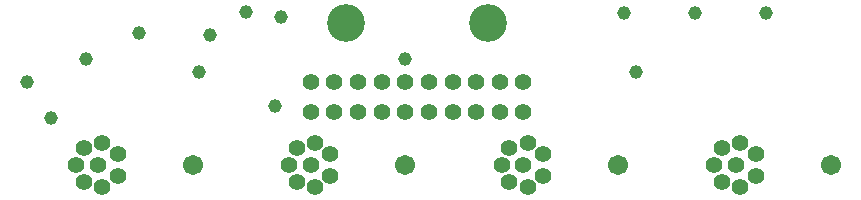
<source format=gbs>
G75*
G70*
%OFA0B0*%
%FSLAX24Y24*%
%IPPOS*%
%LPD*%
%AMOC8*
5,1,8,0,0,1.08239X$1,22.5*
%
%ADD10C,0.1261*%
%ADD11C,0.0552*%
%ADD12C,0.0671*%
%ADD13C,0.0456*%
D10*
X029428Y007581D03*
X034152Y007581D03*
D11*
X033759Y005613D03*
X034546Y005613D03*
X035334Y005613D03*
X035334Y004628D03*
X034546Y004628D03*
X033759Y004628D03*
X032971Y004628D03*
X032184Y004628D03*
X031397Y004628D03*
X030609Y004628D03*
X029822Y004628D03*
X029034Y004628D03*
X028247Y004628D03*
X028247Y005613D03*
X029034Y005613D03*
X029822Y005613D03*
X030609Y005613D03*
X031397Y005613D03*
X032184Y005613D03*
X032971Y005613D03*
X035471Y003585D03*
X034861Y003428D03*
X035983Y003211D03*
X035334Y002857D03*
X035983Y002502D03*
X035471Y002128D03*
X034861Y002286D03*
X034605Y002857D03*
X028897Y003211D03*
X028385Y003585D03*
X027774Y003428D03*
X027519Y002857D03*
X028247Y002857D03*
X028897Y002502D03*
X028385Y002128D03*
X027774Y002286D03*
X021810Y002502D03*
X021160Y002857D03*
X020432Y002857D03*
X020688Y002286D03*
X021298Y002128D03*
X021810Y003211D03*
X021298Y003585D03*
X020688Y003428D03*
X041692Y002857D03*
X041948Y002286D03*
X042558Y002128D03*
X043070Y002502D03*
X042420Y002857D03*
X043070Y003211D03*
X042558Y003585D03*
X041948Y003428D03*
D12*
X038483Y002857D03*
X031397Y002857D03*
X024310Y002857D03*
X045570Y002857D03*
D13*
X018798Y005613D03*
X020767Y006400D03*
X022523Y007246D03*
X024900Y007187D03*
X026082Y007975D03*
X027263Y007778D03*
X024507Y005947D03*
X027066Y004825D03*
X031397Y006400D03*
X038680Y007916D03*
X041042Y007916D03*
X043404Y007916D03*
X039074Y005947D03*
X019586Y004431D03*
M02*

</source>
